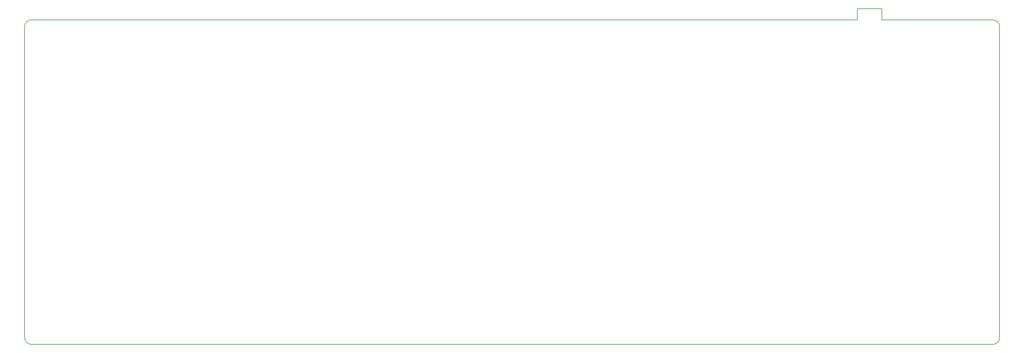
<source format=gbr>
G04 #@! TF.FileFunction,Profile,NP*
%FSLAX46Y46*%
G04 Gerber Fmt 4.6, Leading zero omitted, Abs format (unit mm)*
G04 Created by KiCad (PCBNEW 4.0.6-e0-6349~53~ubuntu16.04.1) date Wed Mar 15 20:11:50 2017*
%MOMM*%
%LPD*%
G01*
G04 APERTURE LIST*
%ADD10C,0.150000*%
G04 APERTURE END LIST*
D10*
X319128125Y-91406250D02*
X320318750Y-91406250D01*
X319128125Y-88132031D02*
X319128125Y-91406250D01*
X311984375Y-88132031D02*
X319128125Y-88132031D01*
X311984375Y-91406250D02*
X311984375Y-88132031D01*
X310496094Y-91406250D02*
X311984375Y-91406250D01*
X110173438Y-91406250D02*
X102136719Y-91406250D01*
X310496094Y-91406250D02*
X110173438Y-91406250D01*
X351870313Y-91406250D02*
X320318750Y-91406250D01*
X351751251Y-186656251D02*
X69930313Y-186656251D01*
X69930313Y-186656251D02*
X69811251Y-186656251D01*
X102196251Y-91406251D02*
X69811251Y-91406251D01*
X67906250Y-184751250D02*
X67906250Y-93311250D01*
X353656250Y-93311250D02*
X353656250Y-184751250D01*
X351751250Y-186656250D02*
G75*
G03X353656250Y-184751250I0J1905000D01*
G01*
X67906250Y-184751250D02*
G75*
G03X69811250Y-186656250I1905000J0D01*
G01*
X353656250Y-93311250D02*
G75*
G03X351751250Y-91406250I-1905000J0D01*
G01*
X69811250Y-91406250D02*
G75*
G03X67906250Y-93311250I0J-1905000D01*
G01*
M02*

</source>
